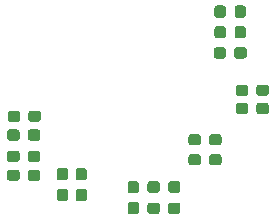
<source format=gbr>
G04 #@! TF.GenerationSoftware,KiCad,Pcbnew,(5.1.5)-3*
G04 #@! TF.CreationDate,2020-08-29T09:18:06-04:00*
G04 #@! TF.ProjectId,AudioBox,41756469-6f42-46f7-982e-6b696361645f,rev?*
G04 #@! TF.SameCoordinates,Original*
G04 #@! TF.FileFunction,Paste,Bot*
G04 #@! TF.FilePolarity,Positive*
%FSLAX46Y46*%
G04 Gerber Fmt 4.6, Leading zero omitted, Abs format (unit mm)*
G04 Created by KiCad (PCBNEW (5.1.5)-3) date 2020-08-29 09:18:06*
%MOMM*%
%LPD*%
G04 APERTURE LIST*
%ADD10C,0.100000*%
G04 APERTURE END LIST*
D10*
G36*
X78335779Y-46826144D02*
G01*
X78358834Y-46829563D01*
X78381443Y-46835227D01*
X78403387Y-46843079D01*
X78424457Y-46853044D01*
X78444448Y-46865026D01*
X78463168Y-46878910D01*
X78480438Y-46894562D01*
X78496090Y-46911832D01*
X78509974Y-46930552D01*
X78521956Y-46950543D01*
X78531921Y-46971613D01*
X78539773Y-46993557D01*
X78545437Y-47016166D01*
X78548856Y-47039221D01*
X78550000Y-47062500D01*
X78550000Y-47537500D01*
X78548856Y-47560779D01*
X78545437Y-47583834D01*
X78539773Y-47606443D01*
X78531921Y-47628387D01*
X78521956Y-47649457D01*
X78509974Y-47669448D01*
X78496090Y-47688168D01*
X78480438Y-47705438D01*
X78463168Y-47721090D01*
X78444448Y-47734974D01*
X78424457Y-47746956D01*
X78403387Y-47756921D01*
X78381443Y-47764773D01*
X78358834Y-47770437D01*
X78335779Y-47773856D01*
X78312500Y-47775000D01*
X77737500Y-47775000D01*
X77714221Y-47773856D01*
X77691166Y-47770437D01*
X77668557Y-47764773D01*
X77646613Y-47756921D01*
X77625543Y-47746956D01*
X77605552Y-47734974D01*
X77586832Y-47721090D01*
X77569562Y-47705438D01*
X77553910Y-47688168D01*
X77540026Y-47669448D01*
X77528044Y-47649457D01*
X77518079Y-47628387D01*
X77510227Y-47606443D01*
X77504563Y-47583834D01*
X77501144Y-47560779D01*
X77500000Y-47537500D01*
X77500000Y-47062500D01*
X77501144Y-47039221D01*
X77504563Y-47016166D01*
X77510227Y-46993557D01*
X77518079Y-46971613D01*
X77528044Y-46950543D01*
X77540026Y-46930552D01*
X77553910Y-46911832D01*
X77569562Y-46894562D01*
X77586832Y-46878910D01*
X77605552Y-46865026D01*
X77625543Y-46853044D01*
X77646613Y-46843079D01*
X77668557Y-46835227D01*
X77691166Y-46829563D01*
X77714221Y-46826144D01*
X77737500Y-46825000D01*
X78312500Y-46825000D01*
X78335779Y-46826144D01*
G37*
G36*
X80085779Y-46826144D02*
G01*
X80108834Y-46829563D01*
X80131443Y-46835227D01*
X80153387Y-46843079D01*
X80174457Y-46853044D01*
X80194448Y-46865026D01*
X80213168Y-46878910D01*
X80230438Y-46894562D01*
X80246090Y-46911832D01*
X80259974Y-46930552D01*
X80271956Y-46950543D01*
X80281921Y-46971613D01*
X80289773Y-46993557D01*
X80295437Y-47016166D01*
X80298856Y-47039221D01*
X80300000Y-47062500D01*
X80300000Y-47537500D01*
X80298856Y-47560779D01*
X80295437Y-47583834D01*
X80289773Y-47606443D01*
X80281921Y-47628387D01*
X80271956Y-47649457D01*
X80259974Y-47669448D01*
X80246090Y-47688168D01*
X80230438Y-47705438D01*
X80213168Y-47721090D01*
X80194448Y-47734974D01*
X80174457Y-47746956D01*
X80153387Y-47756921D01*
X80131443Y-47764773D01*
X80108834Y-47770437D01*
X80085779Y-47773856D01*
X80062500Y-47775000D01*
X79487500Y-47775000D01*
X79464221Y-47773856D01*
X79441166Y-47770437D01*
X79418557Y-47764773D01*
X79396613Y-47756921D01*
X79375543Y-47746956D01*
X79355552Y-47734974D01*
X79336832Y-47721090D01*
X79319562Y-47705438D01*
X79303910Y-47688168D01*
X79290026Y-47669448D01*
X79278044Y-47649457D01*
X79268079Y-47628387D01*
X79260227Y-47606443D01*
X79254563Y-47583834D01*
X79251144Y-47560779D01*
X79250000Y-47537500D01*
X79250000Y-47062500D01*
X79251144Y-47039221D01*
X79254563Y-47016166D01*
X79260227Y-46993557D01*
X79268079Y-46971613D01*
X79278044Y-46950543D01*
X79290026Y-46930552D01*
X79303910Y-46911832D01*
X79319562Y-46894562D01*
X79336832Y-46878910D01*
X79355552Y-46865026D01*
X79375543Y-46853044D01*
X79396613Y-46843079D01*
X79418557Y-46835227D01*
X79441166Y-46829563D01*
X79464221Y-46826144D01*
X79487500Y-46825000D01*
X80062500Y-46825000D01*
X80085779Y-46826144D01*
G37*
G36*
X83935779Y-33676144D02*
G01*
X83958834Y-33679563D01*
X83981443Y-33685227D01*
X84003387Y-33693079D01*
X84024457Y-33703044D01*
X84044448Y-33715026D01*
X84063168Y-33728910D01*
X84080438Y-33744562D01*
X84096090Y-33761832D01*
X84109974Y-33780552D01*
X84121956Y-33800543D01*
X84131921Y-33821613D01*
X84139773Y-33843557D01*
X84145437Y-33866166D01*
X84148856Y-33889221D01*
X84150000Y-33912500D01*
X84150000Y-34387500D01*
X84148856Y-34410779D01*
X84145437Y-34433834D01*
X84139773Y-34456443D01*
X84131921Y-34478387D01*
X84121956Y-34499457D01*
X84109974Y-34519448D01*
X84096090Y-34538168D01*
X84080438Y-34555438D01*
X84063168Y-34571090D01*
X84044448Y-34584974D01*
X84024457Y-34596956D01*
X84003387Y-34606921D01*
X83981443Y-34614773D01*
X83958834Y-34620437D01*
X83935779Y-34623856D01*
X83912500Y-34625000D01*
X83337500Y-34625000D01*
X83314221Y-34623856D01*
X83291166Y-34620437D01*
X83268557Y-34614773D01*
X83246613Y-34606921D01*
X83225543Y-34596956D01*
X83205552Y-34584974D01*
X83186832Y-34571090D01*
X83169562Y-34555438D01*
X83153910Y-34538168D01*
X83140026Y-34519448D01*
X83128044Y-34499457D01*
X83118079Y-34478387D01*
X83110227Y-34456443D01*
X83104563Y-34433834D01*
X83101144Y-34410779D01*
X83100000Y-34387500D01*
X83100000Y-33912500D01*
X83101144Y-33889221D01*
X83104563Y-33866166D01*
X83110227Y-33843557D01*
X83118079Y-33821613D01*
X83128044Y-33800543D01*
X83140026Y-33780552D01*
X83153910Y-33761832D01*
X83169562Y-33744562D01*
X83186832Y-33728910D01*
X83205552Y-33715026D01*
X83225543Y-33703044D01*
X83246613Y-33693079D01*
X83268557Y-33685227D01*
X83291166Y-33679563D01*
X83314221Y-33676144D01*
X83337500Y-33675000D01*
X83912500Y-33675000D01*
X83935779Y-33676144D01*
G37*
G36*
X85685779Y-33676144D02*
G01*
X85708834Y-33679563D01*
X85731443Y-33685227D01*
X85753387Y-33693079D01*
X85774457Y-33703044D01*
X85794448Y-33715026D01*
X85813168Y-33728910D01*
X85830438Y-33744562D01*
X85846090Y-33761832D01*
X85859974Y-33780552D01*
X85871956Y-33800543D01*
X85881921Y-33821613D01*
X85889773Y-33843557D01*
X85895437Y-33866166D01*
X85898856Y-33889221D01*
X85900000Y-33912500D01*
X85900000Y-34387500D01*
X85898856Y-34410779D01*
X85895437Y-34433834D01*
X85889773Y-34456443D01*
X85881921Y-34478387D01*
X85871956Y-34499457D01*
X85859974Y-34519448D01*
X85846090Y-34538168D01*
X85830438Y-34555438D01*
X85813168Y-34571090D01*
X85794448Y-34584974D01*
X85774457Y-34596956D01*
X85753387Y-34606921D01*
X85731443Y-34614773D01*
X85708834Y-34620437D01*
X85685779Y-34623856D01*
X85662500Y-34625000D01*
X85087500Y-34625000D01*
X85064221Y-34623856D01*
X85041166Y-34620437D01*
X85018557Y-34614773D01*
X84996613Y-34606921D01*
X84975543Y-34596956D01*
X84955552Y-34584974D01*
X84936832Y-34571090D01*
X84919562Y-34555438D01*
X84903910Y-34538168D01*
X84890026Y-34519448D01*
X84878044Y-34499457D01*
X84868079Y-34478387D01*
X84860227Y-34456443D01*
X84854563Y-34433834D01*
X84851144Y-34410779D01*
X84850000Y-34387500D01*
X84850000Y-33912500D01*
X84851144Y-33889221D01*
X84854563Y-33866166D01*
X84860227Y-33843557D01*
X84868079Y-33821613D01*
X84878044Y-33800543D01*
X84890026Y-33780552D01*
X84903910Y-33761832D01*
X84919562Y-33744562D01*
X84936832Y-33728910D01*
X84955552Y-33715026D01*
X84975543Y-33703044D01*
X84996613Y-33693079D01*
X85018557Y-33685227D01*
X85041166Y-33679563D01*
X85064221Y-33676144D01*
X85087500Y-33675000D01*
X85662500Y-33675000D01*
X85685779Y-33676144D01*
G37*
G36*
X80085779Y-45026144D02*
G01*
X80108834Y-45029563D01*
X80131443Y-45035227D01*
X80153387Y-45043079D01*
X80174457Y-45053044D01*
X80194448Y-45065026D01*
X80213168Y-45078910D01*
X80230438Y-45094562D01*
X80246090Y-45111832D01*
X80259974Y-45130552D01*
X80271956Y-45150543D01*
X80281921Y-45171613D01*
X80289773Y-45193557D01*
X80295437Y-45216166D01*
X80298856Y-45239221D01*
X80300000Y-45262500D01*
X80300000Y-45737500D01*
X80298856Y-45760779D01*
X80295437Y-45783834D01*
X80289773Y-45806443D01*
X80281921Y-45828387D01*
X80271956Y-45849457D01*
X80259974Y-45869448D01*
X80246090Y-45888168D01*
X80230438Y-45905438D01*
X80213168Y-45921090D01*
X80194448Y-45934974D01*
X80174457Y-45946956D01*
X80153387Y-45956921D01*
X80131443Y-45964773D01*
X80108834Y-45970437D01*
X80085779Y-45973856D01*
X80062500Y-45975000D01*
X79487500Y-45975000D01*
X79464221Y-45973856D01*
X79441166Y-45970437D01*
X79418557Y-45964773D01*
X79396613Y-45956921D01*
X79375543Y-45946956D01*
X79355552Y-45934974D01*
X79336832Y-45921090D01*
X79319562Y-45905438D01*
X79303910Y-45888168D01*
X79290026Y-45869448D01*
X79278044Y-45849457D01*
X79268079Y-45828387D01*
X79260227Y-45806443D01*
X79254563Y-45783834D01*
X79251144Y-45760779D01*
X79250000Y-45737500D01*
X79250000Y-45262500D01*
X79251144Y-45239221D01*
X79254563Y-45216166D01*
X79260227Y-45193557D01*
X79268079Y-45171613D01*
X79278044Y-45150543D01*
X79290026Y-45130552D01*
X79303910Y-45111832D01*
X79319562Y-45094562D01*
X79336832Y-45078910D01*
X79355552Y-45065026D01*
X79375543Y-45053044D01*
X79396613Y-45043079D01*
X79418557Y-45035227D01*
X79441166Y-45029563D01*
X79464221Y-45026144D01*
X79487500Y-45025000D01*
X80062500Y-45025000D01*
X80085779Y-45026144D01*
G37*
G36*
X78335779Y-45026144D02*
G01*
X78358834Y-45029563D01*
X78381443Y-45035227D01*
X78403387Y-45043079D01*
X78424457Y-45053044D01*
X78444448Y-45065026D01*
X78463168Y-45078910D01*
X78480438Y-45094562D01*
X78496090Y-45111832D01*
X78509974Y-45130552D01*
X78521956Y-45150543D01*
X78531921Y-45171613D01*
X78539773Y-45193557D01*
X78545437Y-45216166D01*
X78548856Y-45239221D01*
X78550000Y-45262500D01*
X78550000Y-45737500D01*
X78548856Y-45760779D01*
X78545437Y-45783834D01*
X78539773Y-45806443D01*
X78531921Y-45828387D01*
X78521956Y-45849457D01*
X78509974Y-45869448D01*
X78496090Y-45888168D01*
X78480438Y-45905438D01*
X78463168Y-45921090D01*
X78444448Y-45934974D01*
X78424457Y-45946956D01*
X78403387Y-45956921D01*
X78381443Y-45964773D01*
X78358834Y-45970437D01*
X78335779Y-45973856D01*
X78312500Y-45975000D01*
X77737500Y-45975000D01*
X77714221Y-45973856D01*
X77691166Y-45970437D01*
X77668557Y-45964773D01*
X77646613Y-45956921D01*
X77625543Y-45946956D01*
X77605552Y-45934974D01*
X77586832Y-45921090D01*
X77569562Y-45905438D01*
X77553910Y-45888168D01*
X77540026Y-45869448D01*
X77528044Y-45849457D01*
X77518079Y-45828387D01*
X77510227Y-45806443D01*
X77504563Y-45783834D01*
X77501144Y-45760779D01*
X77500000Y-45737500D01*
X77500000Y-45262500D01*
X77501144Y-45239221D01*
X77504563Y-45216166D01*
X77510227Y-45193557D01*
X77518079Y-45171613D01*
X77528044Y-45150543D01*
X77540026Y-45130552D01*
X77553910Y-45111832D01*
X77569562Y-45094562D01*
X77586832Y-45078910D01*
X77605552Y-45065026D01*
X77625543Y-45053044D01*
X77646613Y-45043079D01*
X77668557Y-45035227D01*
X77691166Y-45029563D01*
X77714221Y-45026144D01*
X77737500Y-45025000D01*
X78312500Y-45025000D01*
X78335779Y-45026144D01*
G37*
G36*
X76560779Y-46751144D02*
G01*
X76583834Y-46754563D01*
X76606443Y-46760227D01*
X76628387Y-46768079D01*
X76649457Y-46778044D01*
X76669448Y-46790026D01*
X76688168Y-46803910D01*
X76705438Y-46819562D01*
X76721090Y-46836832D01*
X76734974Y-46855552D01*
X76746956Y-46875543D01*
X76756921Y-46896613D01*
X76764773Y-46918557D01*
X76770437Y-46941166D01*
X76773856Y-46964221D01*
X76775000Y-46987500D01*
X76775000Y-47562500D01*
X76773856Y-47585779D01*
X76770437Y-47608834D01*
X76764773Y-47631443D01*
X76756921Y-47653387D01*
X76746956Y-47674457D01*
X76734974Y-47694448D01*
X76721090Y-47713168D01*
X76705438Y-47730438D01*
X76688168Y-47746090D01*
X76669448Y-47759974D01*
X76649457Y-47771956D01*
X76628387Y-47781921D01*
X76606443Y-47789773D01*
X76583834Y-47795437D01*
X76560779Y-47798856D01*
X76537500Y-47800000D01*
X76062500Y-47800000D01*
X76039221Y-47798856D01*
X76016166Y-47795437D01*
X75993557Y-47789773D01*
X75971613Y-47781921D01*
X75950543Y-47771956D01*
X75930552Y-47759974D01*
X75911832Y-47746090D01*
X75894562Y-47730438D01*
X75878910Y-47713168D01*
X75865026Y-47694448D01*
X75853044Y-47674457D01*
X75843079Y-47653387D01*
X75835227Y-47631443D01*
X75829563Y-47608834D01*
X75826144Y-47585779D01*
X75825000Y-47562500D01*
X75825000Y-46987500D01*
X75826144Y-46964221D01*
X75829563Y-46941166D01*
X75835227Y-46918557D01*
X75843079Y-46896613D01*
X75853044Y-46875543D01*
X75865026Y-46855552D01*
X75878910Y-46836832D01*
X75894562Y-46819562D01*
X75911832Y-46803910D01*
X75930552Y-46790026D01*
X75950543Y-46778044D01*
X75971613Y-46768079D01*
X75993557Y-46760227D01*
X76016166Y-46754563D01*
X76039221Y-46751144D01*
X76062500Y-46750000D01*
X76537500Y-46750000D01*
X76560779Y-46751144D01*
G37*
G36*
X76560779Y-45001144D02*
G01*
X76583834Y-45004563D01*
X76606443Y-45010227D01*
X76628387Y-45018079D01*
X76649457Y-45028044D01*
X76669448Y-45040026D01*
X76688168Y-45053910D01*
X76705438Y-45069562D01*
X76721090Y-45086832D01*
X76734974Y-45105552D01*
X76746956Y-45125543D01*
X76756921Y-45146613D01*
X76764773Y-45168557D01*
X76770437Y-45191166D01*
X76773856Y-45214221D01*
X76775000Y-45237500D01*
X76775000Y-45812500D01*
X76773856Y-45835779D01*
X76770437Y-45858834D01*
X76764773Y-45881443D01*
X76756921Y-45903387D01*
X76746956Y-45924457D01*
X76734974Y-45944448D01*
X76721090Y-45963168D01*
X76705438Y-45980438D01*
X76688168Y-45996090D01*
X76669448Y-46009974D01*
X76649457Y-46021956D01*
X76628387Y-46031921D01*
X76606443Y-46039773D01*
X76583834Y-46045437D01*
X76560779Y-46048856D01*
X76537500Y-46050000D01*
X76062500Y-46050000D01*
X76039221Y-46048856D01*
X76016166Y-46045437D01*
X75993557Y-46039773D01*
X75971613Y-46031921D01*
X75950543Y-46021956D01*
X75930552Y-46009974D01*
X75911832Y-45996090D01*
X75894562Y-45980438D01*
X75878910Y-45963168D01*
X75865026Y-45944448D01*
X75853044Y-45924457D01*
X75843079Y-45903387D01*
X75835227Y-45881443D01*
X75829563Y-45858834D01*
X75826144Y-45835779D01*
X75825000Y-45812500D01*
X75825000Y-45237500D01*
X75826144Y-45214221D01*
X75829563Y-45191166D01*
X75835227Y-45168557D01*
X75843079Y-45146613D01*
X75853044Y-45125543D01*
X75865026Y-45105552D01*
X75878910Y-45086832D01*
X75894562Y-45069562D01*
X75911832Y-45053910D01*
X75930552Y-45040026D01*
X75950543Y-45028044D01*
X75971613Y-45018079D01*
X75993557Y-45010227D01*
X76016166Y-45004563D01*
X76039221Y-45001144D01*
X76062500Y-45000000D01*
X76537500Y-45000000D01*
X76560779Y-45001144D01*
G37*
G36*
X68210779Y-44026144D02*
G01*
X68233834Y-44029563D01*
X68256443Y-44035227D01*
X68278387Y-44043079D01*
X68299457Y-44053044D01*
X68319448Y-44065026D01*
X68338168Y-44078910D01*
X68355438Y-44094562D01*
X68371090Y-44111832D01*
X68384974Y-44130552D01*
X68396956Y-44150543D01*
X68406921Y-44171613D01*
X68414773Y-44193557D01*
X68420437Y-44216166D01*
X68423856Y-44239221D01*
X68425000Y-44262500D01*
X68425000Y-44737500D01*
X68423856Y-44760779D01*
X68420437Y-44783834D01*
X68414773Y-44806443D01*
X68406921Y-44828387D01*
X68396956Y-44849457D01*
X68384974Y-44869448D01*
X68371090Y-44888168D01*
X68355438Y-44905438D01*
X68338168Y-44921090D01*
X68319448Y-44934974D01*
X68299457Y-44946956D01*
X68278387Y-44956921D01*
X68256443Y-44964773D01*
X68233834Y-44970437D01*
X68210779Y-44973856D01*
X68187500Y-44975000D01*
X67612500Y-44975000D01*
X67589221Y-44973856D01*
X67566166Y-44970437D01*
X67543557Y-44964773D01*
X67521613Y-44956921D01*
X67500543Y-44946956D01*
X67480552Y-44934974D01*
X67461832Y-44921090D01*
X67444562Y-44905438D01*
X67428910Y-44888168D01*
X67415026Y-44869448D01*
X67403044Y-44849457D01*
X67393079Y-44828387D01*
X67385227Y-44806443D01*
X67379563Y-44783834D01*
X67376144Y-44760779D01*
X67375000Y-44737500D01*
X67375000Y-44262500D01*
X67376144Y-44239221D01*
X67379563Y-44216166D01*
X67385227Y-44193557D01*
X67393079Y-44171613D01*
X67403044Y-44150543D01*
X67415026Y-44130552D01*
X67428910Y-44111832D01*
X67444562Y-44094562D01*
X67461832Y-44078910D01*
X67480552Y-44065026D01*
X67500543Y-44053044D01*
X67521613Y-44043079D01*
X67543557Y-44035227D01*
X67566166Y-44029563D01*
X67589221Y-44026144D01*
X67612500Y-44025000D01*
X68187500Y-44025000D01*
X68210779Y-44026144D01*
G37*
G36*
X66460779Y-44026144D02*
G01*
X66483834Y-44029563D01*
X66506443Y-44035227D01*
X66528387Y-44043079D01*
X66549457Y-44053044D01*
X66569448Y-44065026D01*
X66588168Y-44078910D01*
X66605438Y-44094562D01*
X66621090Y-44111832D01*
X66634974Y-44130552D01*
X66646956Y-44150543D01*
X66656921Y-44171613D01*
X66664773Y-44193557D01*
X66670437Y-44216166D01*
X66673856Y-44239221D01*
X66675000Y-44262500D01*
X66675000Y-44737500D01*
X66673856Y-44760779D01*
X66670437Y-44783834D01*
X66664773Y-44806443D01*
X66656921Y-44828387D01*
X66646956Y-44849457D01*
X66634974Y-44869448D01*
X66621090Y-44888168D01*
X66605438Y-44905438D01*
X66588168Y-44921090D01*
X66569448Y-44934974D01*
X66549457Y-44946956D01*
X66528387Y-44956921D01*
X66506443Y-44964773D01*
X66483834Y-44970437D01*
X66460779Y-44973856D01*
X66437500Y-44975000D01*
X65862500Y-44975000D01*
X65839221Y-44973856D01*
X65816166Y-44970437D01*
X65793557Y-44964773D01*
X65771613Y-44956921D01*
X65750543Y-44946956D01*
X65730552Y-44934974D01*
X65711832Y-44921090D01*
X65694562Y-44905438D01*
X65678910Y-44888168D01*
X65665026Y-44869448D01*
X65653044Y-44849457D01*
X65643079Y-44828387D01*
X65635227Y-44806443D01*
X65629563Y-44783834D01*
X65626144Y-44760779D01*
X65625000Y-44737500D01*
X65625000Y-44262500D01*
X65626144Y-44239221D01*
X65629563Y-44216166D01*
X65635227Y-44193557D01*
X65643079Y-44171613D01*
X65653044Y-44150543D01*
X65665026Y-44130552D01*
X65678910Y-44111832D01*
X65694562Y-44094562D01*
X65711832Y-44078910D01*
X65730552Y-44065026D01*
X65750543Y-44053044D01*
X65771613Y-44043079D01*
X65793557Y-44035227D01*
X65816166Y-44029563D01*
X65839221Y-44026144D01*
X65862500Y-44025000D01*
X66437500Y-44025000D01*
X66460779Y-44026144D01*
G37*
G36*
X68210779Y-42426144D02*
G01*
X68233834Y-42429563D01*
X68256443Y-42435227D01*
X68278387Y-42443079D01*
X68299457Y-42453044D01*
X68319448Y-42465026D01*
X68338168Y-42478910D01*
X68355438Y-42494562D01*
X68371090Y-42511832D01*
X68384974Y-42530552D01*
X68396956Y-42550543D01*
X68406921Y-42571613D01*
X68414773Y-42593557D01*
X68420437Y-42616166D01*
X68423856Y-42639221D01*
X68425000Y-42662500D01*
X68425000Y-43137500D01*
X68423856Y-43160779D01*
X68420437Y-43183834D01*
X68414773Y-43206443D01*
X68406921Y-43228387D01*
X68396956Y-43249457D01*
X68384974Y-43269448D01*
X68371090Y-43288168D01*
X68355438Y-43305438D01*
X68338168Y-43321090D01*
X68319448Y-43334974D01*
X68299457Y-43346956D01*
X68278387Y-43356921D01*
X68256443Y-43364773D01*
X68233834Y-43370437D01*
X68210779Y-43373856D01*
X68187500Y-43375000D01*
X67612500Y-43375000D01*
X67589221Y-43373856D01*
X67566166Y-43370437D01*
X67543557Y-43364773D01*
X67521613Y-43356921D01*
X67500543Y-43346956D01*
X67480552Y-43334974D01*
X67461832Y-43321090D01*
X67444562Y-43305438D01*
X67428910Y-43288168D01*
X67415026Y-43269448D01*
X67403044Y-43249457D01*
X67393079Y-43228387D01*
X67385227Y-43206443D01*
X67379563Y-43183834D01*
X67376144Y-43160779D01*
X67375000Y-43137500D01*
X67375000Y-42662500D01*
X67376144Y-42639221D01*
X67379563Y-42616166D01*
X67385227Y-42593557D01*
X67393079Y-42571613D01*
X67403044Y-42550543D01*
X67415026Y-42530552D01*
X67428910Y-42511832D01*
X67444562Y-42494562D01*
X67461832Y-42478910D01*
X67480552Y-42465026D01*
X67500543Y-42453044D01*
X67521613Y-42443079D01*
X67543557Y-42435227D01*
X67566166Y-42429563D01*
X67589221Y-42426144D01*
X67612500Y-42425000D01*
X68187500Y-42425000D01*
X68210779Y-42426144D01*
G37*
G36*
X66460779Y-42426144D02*
G01*
X66483834Y-42429563D01*
X66506443Y-42435227D01*
X66528387Y-42443079D01*
X66549457Y-42453044D01*
X66569448Y-42465026D01*
X66588168Y-42478910D01*
X66605438Y-42494562D01*
X66621090Y-42511832D01*
X66634974Y-42530552D01*
X66646956Y-42550543D01*
X66656921Y-42571613D01*
X66664773Y-42593557D01*
X66670437Y-42616166D01*
X66673856Y-42639221D01*
X66675000Y-42662500D01*
X66675000Y-43137500D01*
X66673856Y-43160779D01*
X66670437Y-43183834D01*
X66664773Y-43206443D01*
X66656921Y-43228387D01*
X66646956Y-43249457D01*
X66634974Y-43269448D01*
X66621090Y-43288168D01*
X66605438Y-43305438D01*
X66588168Y-43321090D01*
X66569448Y-43334974D01*
X66549457Y-43346956D01*
X66528387Y-43356921D01*
X66506443Y-43364773D01*
X66483834Y-43370437D01*
X66460779Y-43373856D01*
X66437500Y-43375000D01*
X65862500Y-43375000D01*
X65839221Y-43373856D01*
X65816166Y-43370437D01*
X65793557Y-43364773D01*
X65771613Y-43356921D01*
X65750543Y-43346956D01*
X65730552Y-43334974D01*
X65711832Y-43321090D01*
X65694562Y-43305438D01*
X65678910Y-43288168D01*
X65665026Y-43269448D01*
X65653044Y-43249457D01*
X65643079Y-43228387D01*
X65635227Y-43206443D01*
X65629563Y-43183834D01*
X65626144Y-43160779D01*
X65625000Y-43137500D01*
X65625000Y-42662500D01*
X65626144Y-42639221D01*
X65629563Y-42616166D01*
X65635227Y-42593557D01*
X65643079Y-42571613D01*
X65653044Y-42550543D01*
X65665026Y-42530552D01*
X65678910Y-42511832D01*
X65694562Y-42494562D01*
X65711832Y-42478910D01*
X65730552Y-42465026D01*
X65750543Y-42453044D01*
X65771613Y-42443079D01*
X65793557Y-42435227D01*
X65816166Y-42429563D01*
X65839221Y-42426144D01*
X65862500Y-42425000D01*
X66437500Y-42425000D01*
X66460779Y-42426144D01*
G37*
G36*
X72160779Y-43901144D02*
G01*
X72183834Y-43904563D01*
X72206443Y-43910227D01*
X72228387Y-43918079D01*
X72249457Y-43928044D01*
X72269448Y-43940026D01*
X72288168Y-43953910D01*
X72305438Y-43969562D01*
X72321090Y-43986832D01*
X72334974Y-44005552D01*
X72346956Y-44025543D01*
X72356921Y-44046613D01*
X72364773Y-44068557D01*
X72370437Y-44091166D01*
X72373856Y-44114221D01*
X72375000Y-44137500D01*
X72375000Y-44712500D01*
X72373856Y-44735779D01*
X72370437Y-44758834D01*
X72364773Y-44781443D01*
X72356921Y-44803387D01*
X72346956Y-44824457D01*
X72334974Y-44844448D01*
X72321090Y-44863168D01*
X72305438Y-44880438D01*
X72288168Y-44896090D01*
X72269448Y-44909974D01*
X72249457Y-44921956D01*
X72228387Y-44931921D01*
X72206443Y-44939773D01*
X72183834Y-44945437D01*
X72160779Y-44948856D01*
X72137500Y-44950000D01*
X71662500Y-44950000D01*
X71639221Y-44948856D01*
X71616166Y-44945437D01*
X71593557Y-44939773D01*
X71571613Y-44931921D01*
X71550543Y-44921956D01*
X71530552Y-44909974D01*
X71511832Y-44896090D01*
X71494562Y-44880438D01*
X71478910Y-44863168D01*
X71465026Y-44844448D01*
X71453044Y-44824457D01*
X71443079Y-44803387D01*
X71435227Y-44781443D01*
X71429563Y-44758834D01*
X71426144Y-44735779D01*
X71425000Y-44712500D01*
X71425000Y-44137500D01*
X71426144Y-44114221D01*
X71429563Y-44091166D01*
X71435227Y-44068557D01*
X71443079Y-44046613D01*
X71453044Y-44025543D01*
X71465026Y-44005552D01*
X71478910Y-43986832D01*
X71494562Y-43969562D01*
X71511832Y-43953910D01*
X71530552Y-43940026D01*
X71550543Y-43928044D01*
X71571613Y-43918079D01*
X71593557Y-43910227D01*
X71616166Y-43904563D01*
X71639221Y-43901144D01*
X71662500Y-43900000D01*
X72137500Y-43900000D01*
X72160779Y-43901144D01*
G37*
G36*
X72160779Y-45651144D02*
G01*
X72183834Y-45654563D01*
X72206443Y-45660227D01*
X72228387Y-45668079D01*
X72249457Y-45678044D01*
X72269448Y-45690026D01*
X72288168Y-45703910D01*
X72305438Y-45719562D01*
X72321090Y-45736832D01*
X72334974Y-45755552D01*
X72346956Y-45775543D01*
X72356921Y-45796613D01*
X72364773Y-45818557D01*
X72370437Y-45841166D01*
X72373856Y-45864221D01*
X72375000Y-45887500D01*
X72375000Y-46462500D01*
X72373856Y-46485779D01*
X72370437Y-46508834D01*
X72364773Y-46531443D01*
X72356921Y-46553387D01*
X72346956Y-46574457D01*
X72334974Y-46594448D01*
X72321090Y-46613168D01*
X72305438Y-46630438D01*
X72288168Y-46646090D01*
X72269448Y-46659974D01*
X72249457Y-46671956D01*
X72228387Y-46681921D01*
X72206443Y-46689773D01*
X72183834Y-46695437D01*
X72160779Y-46698856D01*
X72137500Y-46700000D01*
X71662500Y-46700000D01*
X71639221Y-46698856D01*
X71616166Y-46695437D01*
X71593557Y-46689773D01*
X71571613Y-46681921D01*
X71550543Y-46671956D01*
X71530552Y-46659974D01*
X71511832Y-46646090D01*
X71494562Y-46630438D01*
X71478910Y-46613168D01*
X71465026Y-46594448D01*
X71453044Y-46574457D01*
X71443079Y-46553387D01*
X71435227Y-46531443D01*
X71429563Y-46508834D01*
X71426144Y-46485779D01*
X71425000Y-46462500D01*
X71425000Y-45887500D01*
X71426144Y-45864221D01*
X71429563Y-45841166D01*
X71435227Y-45818557D01*
X71443079Y-45796613D01*
X71453044Y-45775543D01*
X71465026Y-45755552D01*
X71478910Y-45736832D01*
X71494562Y-45719562D01*
X71511832Y-45703910D01*
X71530552Y-45690026D01*
X71550543Y-45678044D01*
X71571613Y-45668079D01*
X71593557Y-45660227D01*
X71616166Y-45654563D01*
X71639221Y-45651144D01*
X71662500Y-45650000D01*
X72137500Y-45650000D01*
X72160779Y-45651144D01*
G37*
G36*
X70560779Y-43901144D02*
G01*
X70583834Y-43904563D01*
X70606443Y-43910227D01*
X70628387Y-43918079D01*
X70649457Y-43928044D01*
X70669448Y-43940026D01*
X70688168Y-43953910D01*
X70705438Y-43969562D01*
X70721090Y-43986832D01*
X70734974Y-44005552D01*
X70746956Y-44025543D01*
X70756921Y-44046613D01*
X70764773Y-44068557D01*
X70770437Y-44091166D01*
X70773856Y-44114221D01*
X70775000Y-44137500D01*
X70775000Y-44712500D01*
X70773856Y-44735779D01*
X70770437Y-44758834D01*
X70764773Y-44781443D01*
X70756921Y-44803387D01*
X70746956Y-44824457D01*
X70734974Y-44844448D01*
X70721090Y-44863168D01*
X70705438Y-44880438D01*
X70688168Y-44896090D01*
X70669448Y-44909974D01*
X70649457Y-44921956D01*
X70628387Y-44931921D01*
X70606443Y-44939773D01*
X70583834Y-44945437D01*
X70560779Y-44948856D01*
X70537500Y-44950000D01*
X70062500Y-44950000D01*
X70039221Y-44948856D01*
X70016166Y-44945437D01*
X69993557Y-44939773D01*
X69971613Y-44931921D01*
X69950543Y-44921956D01*
X69930552Y-44909974D01*
X69911832Y-44896090D01*
X69894562Y-44880438D01*
X69878910Y-44863168D01*
X69865026Y-44844448D01*
X69853044Y-44824457D01*
X69843079Y-44803387D01*
X69835227Y-44781443D01*
X69829563Y-44758834D01*
X69826144Y-44735779D01*
X69825000Y-44712500D01*
X69825000Y-44137500D01*
X69826144Y-44114221D01*
X69829563Y-44091166D01*
X69835227Y-44068557D01*
X69843079Y-44046613D01*
X69853044Y-44025543D01*
X69865026Y-44005552D01*
X69878910Y-43986832D01*
X69894562Y-43969562D01*
X69911832Y-43953910D01*
X69930552Y-43940026D01*
X69950543Y-43928044D01*
X69971613Y-43918079D01*
X69993557Y-43910227D01*
X70016166Y-43904563D01*
X70039221Y-43901144D01*
X70062500Y-43900000D01*
X70537500Y-43900000D01*
X70560779Y-43901144D01*
G37*
G36*
X70560779Y-45651144D02*
G01*
X70583834Y-45654563D01*
X70606443Y-45660227D01*
X70628387Y-45668079D01*
X70649457Y-45678044D01*
X70669448Y-45690026D01*
X70688168Y-45703910D01*
X70705438Y-45719562D01*
X70721090Y-45736832D01*
X70734974Y-45755552D01*
X70746956Y-45775543D01*
X70756921Y-45796613D01*
X70764773Y-45818557D01*
X70770437Y-45841166D01*
X70773856Y-45864221D01*
X70775000Y-45887500D01*
X70775000Y-46462500D01*
X70773856Y-46485779D01*
X70770437Y-46508834D01*
X70764773Y-46531443D01*
X70756921Y-46553387D01*
X70746956Y-46574457D01*
X70734974Y-46594448D01*
X70721090Y-46613168D01*
X70705438Y-46630438D01*
X70688168Y-46646090D01*
X70669448Y-46659974D01*
X70649457Y-46671956D01*
X70628387Y-46681921D01*
X70606443Y-46689773D01*
X70583834Y-46695437D01*
X70560779Y-46698856D01*
X70537500Y-46700000D01*
X70062500Y-46700000D01*
X70039221Y-46698856D01*
X70016166Y-46695437D01*
X69993557Y-46689773D01*
X69971613Y-46681921D01*
X69950543Y-46671956D01*
X69930552Y-46659974D01*
X69911832Y-46646090D01*
X69894562Y-46630438D01*
X69878910Y-46613168D01*
X69865026Y-46594448D01*
X69853044Y-46574457D01*
X69843079Y-46553387D01*
X69835227Y-46531443D01*
X69829563Y-46508834D01*
X69826144Y-46485779D01*
X69825000Y-46462500D01*
X69825000Y-45887500D01*
X69826144Y-45864221D01*
X69829563Y-45841166D01*
X69835227Y-45818557D01*
X69843079Y-45796613D01*
X69853044Y-45775543D01*
X69865026Y-45755552D01*
X69878910Y-45736832D01*
X69894562Y-45719562D01*
X69911832Y-45703910D01*
X69930552Y-45690026D01*
X69950543Y-45678044D01*
X69971613Y-45668079D01*
X69993557Y-45660227D01*
X70016166Y-45654563D01*
X70039221Y-45651144D01*
X70062500Y-45650000D01*
X70537500Y-45650000D01*
X70560779Y-45651144D01*
G37*
G36*
X85810779Y-38376144D02*
G01*
X85833834Y-38379563D01*
X85856443Y-38385227D01*
X85878387Y-38393079D01*
X85899457Y-38403044D01*
X85919448Y-38415026D01*
X85938168Y-38428910D01*
X85955438Y-38444562D01*
X85971090Y-38461832D01*
X85984974Y-38480552D01*
X85996956Y-38500543D01*
X86006921Y-38521613D01*
X86014773Y-38543557D01*
X86020437Y-38566166D01*
X86023856Y-38589221D01*
X86025000Y-38612500D01*
X86025000Y-39087500D01*
X86023856Y-39110779D01*
X86020437Y-39133834D01*
X86014773Y-39156443D01*
X86006921Y-39178387D01*
X85996956Y-39199457D01*
X85984974Y-39219448D01*
X85971090Y-39238168D01*
X85955438Y-39255438D01*
X85938168Y-39271090D01*
X85919448Y-39284974D01*
X85899457Y-39296956D01*
X85878387Y-39306921D01*
X85856443Y-39314773D01*
X85833834Y-39320437D01*
X85810779Y-39323856D01*
X85787500Y-39325000D01*
X85212500Y-39325000D01*
X85189221Y-39323856D01*
X85166166Y-39320437D01*
X85143557Y-39314773D01*
X85121613Y-39306921D01*
X85100543Y-39296956D01*
X85080552Y-39284974D01*
X85061832Y-39271090D01*
X85044562Y-39255438D01*
X85028910Y-39238168D01*
X85015026Y-39219448D01*
X85003044Y-39199457D01*
X84993079Y-39178387D01*
X84985227Y-39156443D01*
X84979563Y-39133834D01*
X84976144Y-39110779D01*
X84975000Y-39087500D01*
X84975000Y-38612500D01*
X84976144Y-38589221D01*
X84979563Y-38566166D01*
X84985227Y-38543557D01*
X84993079Y-38521613D01*
X85003044Y-38500543D01*
X85015026Y-38480552D01*
X85028910Y-38461832D01*
X85044562Y-38444562D01*
X85061832Y-38428910D01*
X85080552Y-38415026D01*
X85100543Y-38403044D01*
X85121613Y-38393079D01*
X85143557Y-38385227D01*
X85166166Y-38379563D01*
X85189221Y-38376144D01*
X85212500Y-38375000D01*
X85787500Y-38375000D01*
X85810779Y-38376144D01*
G37*
G36*
X87560779Y-38376144D02*
G01*
X87583834Y-38379563D01*
X87606443Y-38385227D01*
X87628387Y-38393079D01*
X87649457Y-38403044D01*
X87669448Y-38415026D01*
X87688168Y-38428910D01*
X87705438Y-38444562D01*
X87721090Y-38461832D01*
X87734974Y-38480552D01*
X87746956Y-38500543D01*
X87756921Y-38521613D01*
X87764773Y-38543557D01*
X87770437Y-38566166D01*
X87773856Y-38589221D01*
X87775000Y-38612500D01*
X87775000Y-39087500D01*
X87773856Y-39110779D01*
X87770437Y-39133834D01*
X87764773Y-39156443D01*
X87756921Y-39178387D01*
X87746956Y-39199457D01*
X87734974Y-39219448D01*
X87721090Y-39238168D01*
X87705438Y-39255438D01*
X87688168Y-39271090D01*
X87669448Y-39284974D01*
X87649457Y-39296956D01*
X87628387Y-39306921D01*
X87606443Y-39314773D01*
X87583834Y-39320437D01*
X87560779Y-39323856D01*
X87537500Y-39325000D01*
X86962500Y-39325000D01*
X86939221Y-39323856D01*
X86916166Y-39320437D01*
X86893557Y-39314773D01*
X86871613Y-39306921D01*
X86850543Y-39296956D01*
X86830552Y-39284974D01*
X86811832Y-39271090D01*
X86794562Y-39255438D01*
X86778910Y-39238168D01*
X86765026Y-39219448D01*
X86753044Y-39199457D01*
X86743079Y-39178387D01*
X86735227Y-39156443D01*
X86729563Y-39133834D01*
X86726144Y-39110779D01*
X86725000Y-39087500D01*
X86725000Y-38612500D01*
X86726144Y-38589221D01*
X86729563Y-38566166D01*
X86735227Y-38543557D01*
X86743079Y-38521613D01*
X86753044Y-38500543D01*
X86765026Y-38480552D01*
X86778910Y-38461832D01*
X86794562Y-38444562D01*
X86811832Y-38428910D01*
X86830552Y-38415026D01*
X86850543Y-38403044D01*
X86871613Y-38393079D01*
X86893557Y-38385227D01*
X86916166Y-38379563D01*
X86939221Y-38376144D01*
X86962500Y-38375000D01*
X87537500Y-38375000D01*
X87560779Y-38376144D01*
G37*
G36*
X85810779Y-36826144D02*
G01*
X85833834Y-36829563D01*
X85856443Y-36835227D01*
X85878387Y-36843079D01*
X85899457Y-36853044D01*
X85919448Y-36865026D01*
X85938168Y-36878910D01*
X85955438Y-36894562D01*
X85971090Y-36911832D01*
X85984974Y-36930552D01*
X85996956Y-36950543D01*
X86006921Y-36971613D01*
X86014773Y-36993557D01*
X86020437Y-37016166D01*
X86023856Y-37039221D01*
X86025000Y-37062500D01*
X86025000Y-37537500D01*
X86023856Y-37560779D01*
X86020437Y-37583834D01*
X86014773Y-37606443D01*
X86006921Y-37628387D01*
X85996956Y-37649457D01*
X85984974Y-37669448D01*
X85971090Y-37688168D01*
X85955438Y-37705438D01*
X85938168Y-37721090D01*
X85919448Y-37734974D01*
X85899457Y-37746956D01*
X85878387Y-37756921D01*
X85856443Y-37764773D01*
X85833834Y-37770437D01*
X85810779Y-37773856D01*
X85787500Y-37775000D01*
X85212500Y-37775000D01*
X85189221Y-37773856D01*
X85166166Y-37770437D01*
X85143557Y-37764773D01*
X85121613Y-37756921D01*
X85100543Y-37746956D01*
X85080552Y-37734974D01*
X85061832Y-37721090D01*
X85044562Y-37705438D01*
X85028910Y-37688168D01*
X85015026Y-37669448D01*
X85003044Y-37649457D01*
X84993079Y-37628387D01*
X84985227Y-37606443D01*
X84979563Y-37583834D01*
X84976144Y-37560779D01*
X84975000Y-37537500D01*
X84975000Y-37062500D01*
X84976144Y-37039221D01*
X84979563Y-37016166D01*
X84985227Y-36993557D01*
X84993079Y-36971613D01*
X85003044Y-36950543D01*
X85015026Y-36930552D01*
X85028910Y-36911832D01*
X85044562Y-36894562D01*
X85061832Y-36878910D01*
X85080552Y-36865026D01*
X85100543Y-36853044D01*
X85121613Y-36843079D01*
X85143557Y-36835227D01*
X85166166Y-36829563D01*
X85189221Y-36826144D01*
X85212500Y-36825000D01*
X85787500Y-36825000D01*
X85810779Y-36826144D01*
G37*
G36*
X87560779Y-36826144D02*
G01*
X87583834Y-36829563D01*
X87606443Y-36835227D01*
X87628387Y-36843079D01*
X87649457Y-36853044D01*
X87669448Y-36865026D01*
X87688168Y-36878910D01*
X87705438Y-36894562D01*
X87721090Y-36911832D01*
X87734974Y-36930552D01*
X87746956Y-36950543D01*
X87756921Y-36971613D01*
X87764773Y-36993557D01*
X87770437Y-37016166D01*
X87773856Y-37039221D01*
X87775000Y-37062500D01*
X87775000Y-37537500D01*
X87773856Y-37560779D01*
X87770437Y-37583834D01*
X87764773Y-37606443D01*
X87756921Y-37628387D01*
X87746956Y-37649457D01*
X87734974Y-37669448D01*
X87721090Y-37688168D01*
X87705438Y-37705438D01*
X87688168Y-37721090D01*
X87669448Y-37734974D01*
X87649457Y-37746956D01*
X87628387Y-37756921D01*
X87606443Y-37764773D01*
X87583834Y-37770437D01*
X87560779Y-37773856D01*
X87537500Y-37775000D01*
X86962500Y-37775000D01*
X86939221Y-37773856D01*
X86916166Y-37770437D01*
X86893557Y-37764773D01*
X86871613Y-37756921D01*
X86850543Y-37746956D01*
X86830552Y-37734974D01*
X86811832Y-37721090D01*
X86794562Y-37705438D01*
X86778910Y-37688168D01*
X86765026Y-37669448D01*
X86753044Y-37649457D01*
X86743079Y-37628387D01*
X86735227Y-37606443D01*
X86729563Y-37583834D01*
X86726144Y-37560779D01*
X86725000Y-37537500D01*
X86725000Y-37062500D01*
X86726144Y-37039221D01*
X86729563Y-37016166D01*
X86735227Y-36993557D01*
X86743079Y-36971613D01*
X86753044Y-36950543D01*
X86765026Y-36930552D01*
X86778910Y-36911832D01*
X86794562Y-36894562D01*
X86811832Y-36878910D01*
X86830552Y-36865026D01*
X86850543Y-36853044D01*
X86871613Y-36843079D01*
X86893557Y-36835227D01*
X86916166Y-36829563D01*
X86939221Y-36826144D01*
X86962500Y-36825000D01*
X87537500Y-36825000D01*
X87560779Y-36826144D01*
G37*
G36*
X68260779Y-39026144D02*
G01*
X68283834Y-39029563D01*
X68306443Y-39035227D01*
X68328387Y-39043079D01*
X68349457Y-39053044D01*
X68369448Y-39065026D01*
X68388168Y-39078910D01*
X68405438Y-39094562D01*
X68421090Y-39111832D01*
X68434974Y-39130552D01*
X68446956Y-39150543D01*
X68456921Y-39171613D01*
X68464773Y-39193557D01*
X68470437Y-39216166D01*
X68473856Y-39239221D01*
X68475000Y-39262500D01*
X68475000Y-39737500D01*
X68473856Y-39760779D01*
X68470437Y-39783834D01*
X68464773Y-39806443D01*
X68456921Y-39828387D01*
X68446956Y-39849457D01*
X68434974Y-39869448D01*
X68421090Y-39888168D01*
X68405438Y-39905438D01*
X68388168Y-39921090D01*
X68369448Y-39934974D01*
X68349457Y-39946956D01*
X68328387Y-39956921D01*
X68306443Y-39964773D01*
X68283834Y-39970437D01*
X68260779Y-39973856D01*
X68237500Y-39975000D01*
X67662500Y-39975000D01*
X67639221Y-39973856D01*
X67616166Y-39970437D01*
X67593557Y-39964773D01*
X67571613Y-39956921D01*
X67550543Y-39946956D01*
X67530552Y-39934974D01*
X67511832Y-39921090D01*
X67494562Y-39905438D01*
X67478910Y-39888168D01*
X67465026Y-39869448D01*
X67453044Y-39849457D01*
X67443079Y-39828387D01*
X67435227Y-39806443D01*
X67429563Y-39783834D01*
X67426144Y-39760779D01*
X67425000Y-39737500D01*
X67425000Y-39262500D01*
X67426144Y-39239221D01*
X67429563Y-39216166D01*
X67435227Y-39193557D01*
X67443079Y-39171613D01*
X67453044Y-39150543D01*
X67465026Y-39130552D01*
X67478910Y-39111832D01*
X67494562Y-39094562D01*
X67511832Y-39078910D01*
X67530552Y-39065026D01*
X67550543Y-39053044D01*
X67571613Y-39043079D01*
X67593557Y-39035227D01*
X67616166Y-39029563D01*
X67639221Y-39026144D01*
X67662500Y-39025000D01*
X68237500Y-39025000D01*
X68260779Y-39026144D01*
G37*
G36*
X66510779Y-39026144D02*
G01*
X66533834Y-39029563D01*
X66556443Y-39035227D01*
X66578387Y-39043079D01*
X66599457Y-39053044D01*
X66619448Y-39065026D01*
X66638168Y-39078910D01*
X66655438Y-39094562D01*
X66671090Y-39111832D01*
X66684974Y-39130552D01*
X66696956Y-39150543D01*
X66706921Y-39171613D01*
X66714773Y-39193557D01*
X66720437Y-39216166D01*
X66723856Y-39239221D01*
X66725000Y-39262500D01*
X66725000Y-39737500D01*
X66723856Y-39760779D01*
X66720437Y-39783834D01*
X66714773Y-39806443D01*
X66706921Y-39828387D01*
X66696956Y-39849457D01*
X66684974Y-39869448D01*
X66671090Y-39888168D01*
X66655438Y-39905438D01*
X66638168Y-39921090D01*
X66619448Y-39934974D01*
X66599457Y-39946956D01*
X66578387Y-39956921D01*
X66556443Y-39964773D01*
X66533834Y-39970437D01*
X66510779Y-39973856D01*
X66487500Y-39975000D01*
X65912500Y-39975000D01*
X65889221Y-39973856D01*
X65866166Y-39970437D01*
X65843557Y-39964773D01*
X65821613Y-39956921D01*
X65800543Y-39946956D01*
X65780552Y-39934974D01*
X65761832Y-39921090D01*
X65744562Y-39905438D01*
X65728910Y-39888168D01*
X65715026Y-39869448D01*
X65703044Y-39849457D01*
X65693079Y-39828387D01*
X65685227Y-39806443D01*
X65679563Y-39783834D01*
X65676144Y-39760779D01*
X65675000Y-39737500D01*
X65675000Y-39262500D01*
X65676144Y-39239221D01*
X65679563Y-39216166D01*
X65685227Y-39193557D01*
X65693079Y-39171613D01*
X65703044Y-39150543D01*
X65715026Y-39130552D01*
X65728910Y-39111832D01*
X65744562Y-39094562D01*
X65761832Y-39078910D01*
X65780552Y-39065026D01*
X65800543Y-39053044D01*
X65821613Y-39043079D01*
X65843557Y-39035227D01*
X65866166Y-39029563D01*
X65889221Y-39026144D01*
X65912500Y-39025000D01*
X66487500Y-39025000D01*
X66510779Y-39026144D01*
G37*
G36*
X68210779Y-40626144D02*
G01*
X68233834Y-40629563D01*
X68256443Y-40635227D01*
X68278387Y-40643079D01*
X68299457Y-40653044D01*
X68319448Y-40665026D01*
X68338168Y-40678910D01*
X68355438Y-40694562D01*
X68371090Y-40711832D01*
X68384974Y-40730552D01*
X68396956Y-40750543D01*
X68406921Y-40771613D01*
X68414773Y-40793557D01*
X68420437Y-40816166D01*
X68423856Y-40839221D01*
X68425000Y-40862500D01*
X68425000Y-41337500D01*
X68423856Y-41360779D01*
X68420437Y-41383834D01*
X68414773Y-41406443D01*
X68406921Y-41428387D01*
X68396956Y-41449457D01*
X68384974Y-41469448D01*
X68371090Y-41488168D01*
X68355438Y-41505438D01*
X68338168Y-41521090D01*
X68319448Y-41534974D01*
X68299457Y-41546956D01*
X68278387Y-41556921D01*
X68256443Y-41564773D01*
X68233834Y-41570437D01*
X68210779Y-41573856D01*
X68187500Y-41575000D01*
X67612500Y-41575000D01*
X67589221Y-41573856D01*
X67566166Y-41570437D01*
X67543557Y-41564773D01*
X67521613Y-41556921D01*
X67500543Y-41546956D01*
X67480552Y-41534974D01*
X67461832Y-41521090D01*
X67444562Y-41505438D01*
X67428910Y-41488168D01*
X67415026Y-41469448D01*
X67403044Y-41449457D01*
X67393079Y-41428387D01*
X67385227Y-41406443D01*
X67379563Y-41383834D01*
X67376144Y-41360779D01*
X67375000Y-41337500D01*
X67375000Y-40862500D01*
X67376144Y-40839221D01*
X67379563Y-40816166D01*
X67385227Y-40793557D01*
X67393079Y-40771613D01*
X67403044Y-40750543D01*
X67415026Y-40730552D01*
X67428910Y-40711832D01*
X67444562Y-40694562D01*
X67461832Y-40678910D01*
X67480552Y-40665026D01*
X67500543Y-40653044D01*
X67521613Y-40643079D01*
X67543557Y-40635227D01*
X67566166Y-40629563D01*
X67589221Y-40626144D01*
X67612500Y-40625000D01*
X68187500Y-40625000D01*
X68210779Y-40626144D01*
G37*
G36*
X66460779Y-40626144D02*
G01*
X66483834Y-40629563D01*
X66506443Y-40635227D01*
X66528387Y-40643079D01*
X66549457Y-40653044D01*
X66569448Y-40665026D01*
X66588168Y-40678910D01*
X66605438Y-40694562D01*
X66621090Y-40711832D01*
X66634974Y-40730552D01*
X66646956Y-40750543D01*
X66656921Y-40771613D01*
X66664773Y-40793557D01*
X66670437Y-40816166D01*
X66673856Y-40839221D01*
X66675000Y-40862500D01*
X66675000Y-41337500D01*
X66673856Y-41360779D01*
X66670437Y-41383834D01*
X66664773Y-41406443D01*
X66656921Y-41428387D01*
X66646956Y-41449457D01*
X66634974Y-41469448D01*
X66621090Y-41488168D01*
X66605438Y-41505438D01*
X66588168Y-41521090D01*
X66569448Y-41534974D01*
X66549457Y-41546956D01*
X66528387Y-41556921D01*
X66506443Y-41564773D01*
X66483834Y-41570437D01*
X66460779Y-41573856D01*
X66437500Y-41575000D01*
X65862500Y-41575000D01*
X65839221Y-41573856D01*
X65816166Y-41570437D01*
X65793557Y-41564773D01*
X65771613Y-41556921D01*
X65750543Y-41546956D01*
X65730552Y-41534974D01*
X65711832Y-41521090D01*
X65694562Y-41505438D01*
X65678910Y-41488168D01*
X65665026Y-41469448D01*
X65653044Y-41449457D01*
X65643079Y-41428387D01*
X65635227Y-41406443D01*
X65629563Y-41383834D01*
X65626144Y-41360779D01*
X65625000Y-41337500D01*
X65625000Y-40862500D01*
X65626144Y-40839221D01*
X65629563Y-40816166D01*
X65635227Y-40793557D01*
X65643079Y-40771613D01*
X65653044Y-40750543D01*
X65665026Y-40730552D01*
X65678910Y-40711832D01*
X65694562Y-40694562D01*
X65711832Y-40678910D01*
X65730552Y-40665026D01*
X65750543Y-40653044D01*
X65771613Y-40643079D01*
X65793557Y-40635227D01*
X65816166Y-40629563D01*
X65839221Y-40626144D01*
X65862500Y-40625000D01*
X66437500Y-40625000D01*
X66460779Y-40626144D01*
G37*
G36*
X81810779Y-42726144D02*
G01*
X81833834Y-42729563D01*
X81856443Y-42735227D01*
X81878387Y-42743079D01*
X81899457Y-42753044D01*
X81919448Y-42765026D01*
X81938168Y-42778910D01*
X81955438Y-42794562D01*
X81971090Y-42811832D01*
X81984974Y-42830552D01*
X81996956Y-42850543D01*
X82006921Y-42871613D01*
X82014773Y-42893557D01*
X82020437Y-42916166D01*
X82023856Y-42939221D01*
X82025000Y-42962500D01*
X82025000Y-43437500D01*
X82023856Y-43460779D01*
X82020437Y-43483834D01*
X82014773Y-43506443D01*
X82006921Y-43528387D01*
X81996956Y-43549457D01*
X81984974Y-43569448D01*
X81971090Y-43588168D01*
X81955438Y-43605438D01*
X81938168Y-43621090D01*
X81919448Y-43634974D01*
X81899457Y-43646956D01*
X81878387Y-43656921D01*
X81856443Y-43664773D01*
X81833834Y-43670437D01*
X81810779Y-43673856D01*
X81787500Y-43675000D01*
X81212500Y-43675000D01*
X81189221Y-43673856D01*
X81166166Y-43670437D01*
X81143557Y-43664773D01*
X81121613Y-43656921D01*
X81100543Y-43646956D01*
X81080552Y-43634974D01*
X81061832Y-43621090D01*
X81044562Y-43605438D01*
X81028910Y-43588168D01*
X81015026Y-43569448D01*
X81003044Y-43549457D01*
X80993079Y-43528387D01*
X80985227Y-43506443D01*
X80979563Y-43483834D01*
X80976144Y-43460779D01*
X80975000Y-43437500D01*
X80975000Y-42962500D01*
X80976144Y-42939221D01*
X80979563Y-42916166D01*
X80985227Y-42893557D01*
X80993079Y-42871613D01*
X81003044Y-42850543D01*
X81015026Y-42830552D01*
X81028910Y-42811832D01*
X81044562Y-42794562D01*
X81061832Y-42778910D01*
X81080552Y-42765026D01*
X81100543Y-42753044D01*
X81121613Y-42743079D01*
X81143557Y-42735227D01*
X81166166Y-42729563D01*
X81189221Y-42726144D01*
X81212500Y-42725000D01*
X81787500Y-42725000D01*
X81810779Y-42726144D01*
G37*
G36*
X83560779Y-42726144D02*
G01*
X83583834Y-42729563D01*
X83606443Y-42735227D01*
X83628387Y-42743079D01*
X83649457Y-42753044D01*
X83669448Y-42765026D01*
X83688168Y-42778910D01*
X83705438Y-42794562D01*
X83721090Y-42811832D01*
X83734974Y-42830552D01*
X83746956Y-42850543D01*
X83756921Y-42871613D01*
X83764773Y-42893557D01*
X83770437Y-42916166D01*
X83773856Y-42939221D01*
X83775000Y-42962500D01*
X83775000Y-43437500D01*
X83773856Y-43460779D01*
X83770437Y-43483834D01*
X83764773Y-43506443D01*
X83756921Y-43528387D01*
X83746956Y-43549457D01*
X83734974Y-43569448D01*
X83721090Y-43588168D01*
X83705438Y-43605438D01*
X83688168Y-43621090D01*
X83669448Y-43634974D01*
X83649457Y-43646956D01*
X83628387Y-43656921D01*
X83606443Y-43664773D01*
X83583834Y-43670437D01*
X83560779Y-43673856D01*
X83537500Y-43675000D01*
X82962500Y-43675000D01*
X82939221Y-43673856D01*
X82916166Y-43670437D01*
X82893557Y-43664773D01*
X82871613Y-43656921D01*
X82850543Y-43646956D01*
X82830552Y-43634974D01*
X82811832Y-43621090D01*
X82794562Y-43605438D01*
X82778910Y-43588168D01*
X82765026Y-43569448D01*
X82753044Y-43549457D01*
X82743079Y-43528387D01*
X82735227Y-43506443D01*
X82729563Y-43483834D01*
X82726144Y-43460779D01*
X82725000Y-43437500D01*
X82725000Y-42962500D01*
X82726144Y-42939221D01*
X82729563Y-42916166D01*
X82735227Y-42893557D01*
X82743079Y-42871613D01*
X82753044Y-42850543D01*
X82765026Y-42830552D01*
X82778910Y-42811832D01*
X82794562Y-42794562D01*
X82811832Y-42778910D01*
X82830552Y-42765026D01*
X82850543Y-42753044D01*
X82871613Y-42743079D01*
X82893557Y-42735227D01*
X82916166Y-42729563D01*
X82939221Y-42726144D01*
X82962500Y-42725000D01*
X83537500Y-42725000D01*
X83560779Y-42726144D01*
G37*
G36*
X81810779Y-41026144D02*
G01*
X81833834Y-41029563D01*
X81856443Y-41035227D01*
X81878387Y-41043079D01*
X81899457Y-41053044D01*
X81919448Y-41065026D01*
X81938168Y-41078910D01*
X81955438Y-41094562D01*
X81971090Y-41111832D01*
X81984974Y-41130552D01*
X81996956Y-41150543D01*
X82006921Y-41171613D01*
X82014773Y-41193557D01*
X82020437Y-41216166D01*
X82023856Y-41239221D01*
X82025000Y-41262500D01*
X82025000Y-41737500D01*
X82023856Y-41760779D01*
X82020437Y-41783834D01*
X82014773Y-41806443D01*
X82006921Y-41828387D01*
X81996956Y-41849457D01*
X81984974Y-41869448D01*
X81971090Y-41888168D01*
X81955438Y-41905438D01*
X81938168Y-41921090D01*
X81919448Y-41934974D01*
X81899457Y-41946956D01*
X81878387Y-41956921D01*
X81856443Y-41964773D01*
X81833834Y-41970437D01*
X81810779Y-41973856D01*
X81787500Y-41975000D01*
X81212500Y-41975000D01*
X81189221Y-41973856D01*
X81166166Y-41970437D01*
X81143557Y-41964773D01*
X81121613Y-41956921D01*
X81100543Y-41946956D01*
X81080552Y-41934974D01*
X81061832Y-41921090D01*
X81044562Y-41905438D01*
X81028910Y-41888168D01*
X81015026Y-41869448D01*
X81003044Y-41849457D01*
X80993079Y-41828387D01*
X80985227Y-41806443D01*
X80979563Y-41783834D01*
X80976144Y-41760779D01*
X80975000Y-41737500D01*
X80975000Y-41262500D01*
X80976144Y-41239221D01*
X80979563Y-41216166D01*
X80985227Y-41193557D01*
X80993079Y-41171613D01*
X81003044Y-41150543D01*
X81015026Y-41130552D01*
X81028910Y-41111832D01*
X81044562Y-41094562D01*
X81061832Y-41078910D01*
X81080552Y-41065026D01*
X81100543Y-41053044D01*
X81121613Y-41043079D01*
X81143557Y-41035227D01*
X81166166Y-41029563D01*
X81189221Y-41026144D01*
X81212500Y-41025000D01*
X81787500Y-41025000D01*
X81810779Y-41026144D01*
G37*
G36*
X83560779Y-41026144D02*
G01*
X83583834Y-41029563D01*
X83606443Y-41035227D01*
X83628387Y-41043079D01*
X83649457Y-41053044D01*
X83669448Y-41065026D01*
X83688168Y-41078910D01*
X83705438Y-41094562D01*
X83721090Y-41111832D01*
X83734974Y-41130552D01*
X83746956Y-41150543D01*
X83756921Y-41171613D01*
X83764773Y-41193557D01*
X83770437Y-41216166D01*
X83773856Y-41239221D01*
X83775000Y-41262500D01*
X83775000Y-41737500D01*
X83773856Y-41760779D01*
X83770437Y-41783834D01*
X83764773Y-41806443D01*
X83756921Y-41828387D01*
X83746956Y-41849457D01*
X83734974Y-41869448D01*
X83721090Y-41888168D01*
X83705438Y-41905438D01*
X83688168Y-41921090D01*
X83669448Y-41934974D01*
X83649457Y-41946956D01*
X83628387Y-41956921D01*
X83606443Y-41964773D01*
X83583834Y-41970437D01*
X83560779Y-41973856D01*
X83537500Y-41975000D01*
X82962500Y-41975000D01*
X82939221Y-41973856D01*
X82916166Y-41970437D01*
X82893557Y-41964773D01*
X82871613Y-41956921D01*
X82850543Y-41946956D01*
X82830552Y-41934974D01*
X82811832Y-41921090D01*
X82794562Y-41905438D01*
X82778910Y-41888168D01*
X82765026Y-41869448D01*
X82753044Y-41849457D01*
X82743079Y-41828387D01*
X82735227Y-41806443D01*
X82729563Y-41783834D01*
X82726144Y-41760779D01*
X82725000Y-41737500D01*
X82725000Y-41262500D01*
X82726144Y-41239221D01*
X82729563Y-41216166D01*
X82735227Y-41193557D01*
X82743079Y-41171613D01*
X82753044Y-41150543D01*
X82765026Y-41130552D01*
X82778910Y-41111832D01*
X82794562Y-41094562D01*
X82811832Y-41078910D01*
X82830552Y-41065026D01*
X82850543Y-41053044D01*
X82871613Y-41043079D01*
X82893557Y-41035227D01*
X82916166Y-41029563D01*
X82939221Y-41026144D01*
X82962500Y-41025000D01*
X83537500Y-41025000D01*
X83560779Y-41026144D01*
G37*
G36*
X85610779Y-31876144D02*
G01*
X85633834Y-31879563D01*
X85656443Y-31885227D01*
X85678387Y-31893079D01*
X85699457Y-31903044D01*
X85719448Y-31915026D01*
X85738168Y-31928910D01*
X85755438Y-31944562D01*
X85771090Y-31961832D01*
X85784974Y-31980552D01*
X85796956Y-32000543D01*
X85806921Y-32021613D01*
X85814773Y-32043557D01*
X85820437Y-32066166D01*
X85823856Y-32089221D01*
X85825000Y-32112500D01*
X85825000Y-32687500D01*
X85823856Y-32710779D01*
X85820437Y-32733834D01*
X85814773Y-32756443D01*
X85806921Y-32778387D01*
X85796956Y-32799457D01*
X85784974Y-32819448D01*
X85771090Y-32838168D01*
X85755438Y-32855438D01*
X85738168Y-32871090D01*
X85719448Y-32884974D01*
X85699457Y-32896956D01*
X85678387Y-32906921D01*
X85656443Y-32914773D01*
X85633834Y-32920437D01*
X85610779Y-32923856D01*
X85587500Y-32925000D01*
X85112500Y-32925000D01*
X85089221Y-32923856D01*
X85066166Y-32920437D01*
X85043557Y-32914773D01*
X85021613Y-32906921D01*
X85000543Y-32896956D01*
X84980552Y-32884974D01*
X84961832Y-32871090D01*
X84944562Y-32855438D01*
X84928910Y-32838168D01*
X84915026Y-32819448D01*
X84903044Y-32799457D01*
X84893079Y-32778387D01*
X84885227Y-32756443D01*
X84879563Y-32733834D01*
X84876144Y-32710779D01*
X84875000Y-32687500D01*
X84875000Y-32112500D01*
X84876144Y-32089221D01*
X84879563Y-32066166D01*
X84885227Y-32043557D01*
X84893079Y-32021613D01*
X84903044Y-32000543D01*
X84915026Y-31980552D01*
X84928910Y-31961832D01*
X84944562Y-31944562D01*
X84961832Y-31928910D01*
X84980552Y-31915026D01*
X85000543Y-31903044D01*
X85021613Y-31893079D01*
X85043557Y-31885227D01*
X85066166Y-31879563D01*
X85089221Y-31876144D01*
X85112500Y-31875000D01*
X85587500Y-31875000D01*
X85610779Y-31876144D01*
G37*
G36*
X85610779Y-30126144D02*
G01*
X85633834Y-30129563D01*
X85656443Y-30135227D01*
X85678387Y-30143079D01*
X85699457Y-30153044D01*
X85719448Y-30165026D01*
X85738168Y-30178910D01*
X85755438Y-30194562D01*
X85771090Y-30211832D01*
X85784974Y-30230552D01*
X85796956Y-30250543D01*
X85806921Y-30271613D01*
X85814773Y-30293557D01*
X85820437Y-30316166D01*
X85823856Y-30339221D01*
X85825000Y-30362500D01*
X85825000Y-30937500D01*
X85823856Y-30960779D01*
X85820437Y-30983834D01*
X85814773Y-31006443D01*
X85806921Y-31028387D01*
X85796956Y-31049457D01*
X85784974Y-31069448D01*
X85771090Y-31088168D01*
X85755438Y-31105438D01*
X85738168Y-31121090D01*
X85719448Y-31134974D01*
X85699457Y-31146956D01*
X85678387Y-31156921D01*
X85656443Y-31164773D01*
X85633834Y-31170437D01*
X85610779Y-31173856D01*
X85587500Y-31175000D01*
X85112500Y-31175000D01*
X85089221Y-31173856D01*
X85066166Y-31170437D01*
X85043557Y-31164773D01*
X85021613Y-31156921D01*
X85000543Y-31146956D01*
X84980552Y-31134974D01*
X84961832Y-31121090D01*
X84944562Y-31105438D01*
X84928910Y-31088168D01*
X84915026Y-31069448D01*
X84903044Y-31049457D01*
X84893079Y-31028387D01*
X84885227Y-31006443D01*
X84879563Y-30983834D01*
X84876144Y-30960779D01*
X84875000Y-30937500D01*
X84875000Y-30362500D01*
X84876144Y-30339221D01*
X84879563Y-30316166D01*
X84885227Y-30293557D01*
X84893079Y-30271613D01*
X84903044Y-30250543D01*
X84915026Y-30230552D01*
X84928910Y-30211832D01*
X84944562Y-30194562D01*
X84961832Y-30178910D01*
X84980552Y-30165026D01*
X85000543Y-30153044D01*
X85021613Y-30143079D01*
X85043557Y-30135227D01*
X85066166Y-30129563D01*
X85089221Y-30126144D01*
X85112500Y-30125000D01*
X85587500Y-30125000D01*
X85610779Y-30126144D01*
G37*
G36*
X83910779Y-31876144D02*
G01*
X83933834Y-31879563D01*
X83956443Y-31885227D01*
X83978387Y-31893079D01*
X83999457Y-31903044D01*
X84019448Y-31915026D01*
X84038168Y-31928910D01*
X84055438Y-31944562D01*
X84071090Y-31961832D01*
X84084974Y-31980552D01*
X84096956Y-32000543D01*
X84106921Y-32021613D01*
X84114773Y-32043557D01*
X84120437Y-32066166D01*
X84123856Y-32089221D01*
X84125000Y-32112500D01*
X84125000Y-32687500D01*
X84123856Y-32710779D01*
X84120437Y-32733834D01*
X84114773Y-32756443D01*
X84106921Y-32778387D01*
X84096956Y-32799457D01*
X84084974Y-32819448D01*
X84071090Y-32838168D01*
X84055438Y-32855438D01*
X84038168Y-32871090D01*
X84019448Y-32884974D01*
X83999457Y-32896956D01*
X83978387Y-32906921D01*
X83956443Y-32914773D01*
X83933834Y-32920437D01*
X83910779Y-32923856D01*
X83887500Y-32925000D01*
X83412500Y-32925000D01*
X83389221Y-32923856D01*
X83366166Y-32920437D01*
X83343557Y-32914773D01*
X83321613Y-32906921D01*
X83300543Y-32896956D01*
X83280552Y-32884974D01*
X83261832Y-32871090D01*
X83244562Y-32855438D01*
X83228910Y-32838168D01*
X83215026Y-32819448D01*
X83203044Y-32799457D01*
X83193079Y-32778387D01*
X83185227Y-32756443D01*
X83179563Y-32733834D01*
X83176144Y-32710779D01*
X83175000Y-32687500D01*
X83175000Y-32112500D01*
X83176144Y-32089221D01*
X83179563Y-32066166D01*
X83185227Y-32043557D01*
X83193079Y-32021613D01*
X83203044Y-32000543D01*
X83215026Y-31980552D01*
X83228910Y-31961832D01*
X83244562Y-31944562D01*
X83261832Y-31928910D01*
X83280552Y-31915026D01*
X83300543Y-31903044D01*
X83321613Y-31893079D01*
X83343557Y-31885227D01*
X83366166Y-31879563D01*
X83389221Y-31876144D01*
X83412500Y-31875000D01*
X83887500Y-31875000D01*
X83910779Y-31876144D01*
G37*
G36*
X83910779Y-30126144D02*
G01*
X83933834Y-30129563D01*
X83956443Y-30135227D01*
X83978387Y-30143079D01*
X83999457Y-30153044D01*
X84019448Y-30165026D01*
X84038168Y-30178910D01*
X84055438Y-30194562D01*
X84071090Y-30211832D01*
X84084974Y-30230552D01*
X84096956Y-30250543D01*
X84106921Y-30271613D01*
X84114773Y-30293557D01*
X84120437Y-30316166D01*
X84123856Y-30339221D01*
X84125000Y-30362500D01*
X84125000Y-30937500D01*
X84123856Y-30960779D01*
X84120437Y-30983834D01*
X84114773Y-31006443D01*
X84106921Y-31028387D01*
X84096956Y-31049457D01*
X84084974Y-31069448D01*
X84071090Y-31088168D01*
X84055438Y-31105438D01*
X84038168Y-31121090D01*
X84019448Y-31134974D01*
X83999457Y-31146956D01*
X83978387Y-31156921D01*
X83956443Y-31164773D01*
X83933834Y-31170437D01*
X83910779Y-31173856D01*
X83887500Y-31175000D01*
X83412500Y-31175000D01*
X83389221Y-31173856D01*
X83366166Y-31170437D01*
X83343557Y-31164773D01*
X83321613Y-31156921D01*
X83300543Y-31146956D01*
X83280552Y-31134974D01*
X83261832Y-31121090D01*
X83244562Y-31105438D01*
X83228910Y-31088168D01*
X83215026Y-31069448D01*
X83203044Y-31049457D01*
X83193079Y-31028387D01*
X83185227Y-31006443D01*
X83179563Y-30983834D01*
X83176144Y-30960779D01*
X83175000Y-30937500D01*
X83175000Y-30362500D01*
X83176144Y-30339221D01*
X83179563Y-30316166D01*
X83185227Y-30293557D01*
X83193079Y-30271613D01*
X83203044Y-30250543D01*
X83215026Y-30230552D01*
X83228910Y-30211832D01*
X83244562Y-30194562D01*
X83261832Y-30178910D01*
X83280552Y-30165026D01*
X83300543Y-30153044D01*
X83321613Y-30143079D01*
X83343557Y-30135227D01*
X83366166Y-30129563D01*
X83389221Y-30126144D01*
X83412500Y-30125000D01*
X83887500Y-30125000D01*
X83910779Y-30126144D01*
G37*
M02*

</source>
